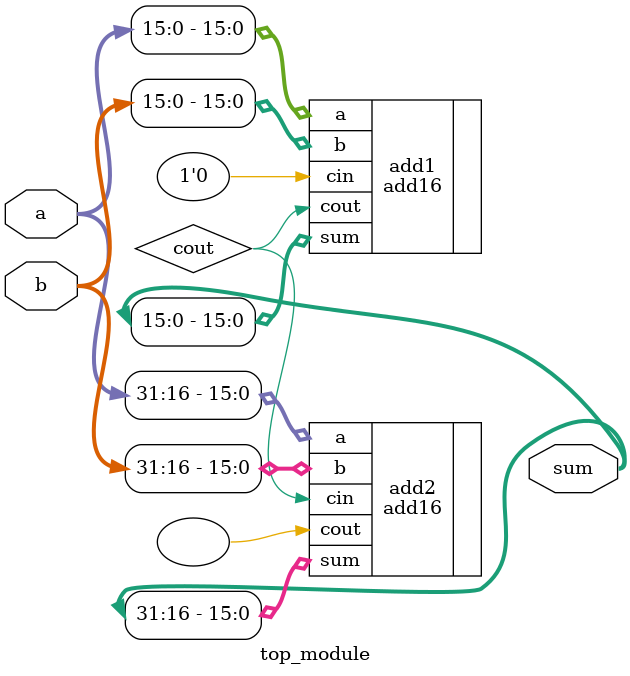
<source format=v>
module top_module(
    input [31:0] a,
    input [31:0] b,
    output [31:0] sum
);

    wire cout;
    add16 add1(
        .a(a[15:0]),
        .b(b[15:0]),
        .cin(1'b0),
        .sum(sum[15:0]),
        .cout(cout)
    );
    add16 add2(
        .a(a[31:16]),
        .b(b[31:16]),
        .cin(cout),
        .sum(sum[31:16]),
        .cout()
    );
endmodule
</source>
